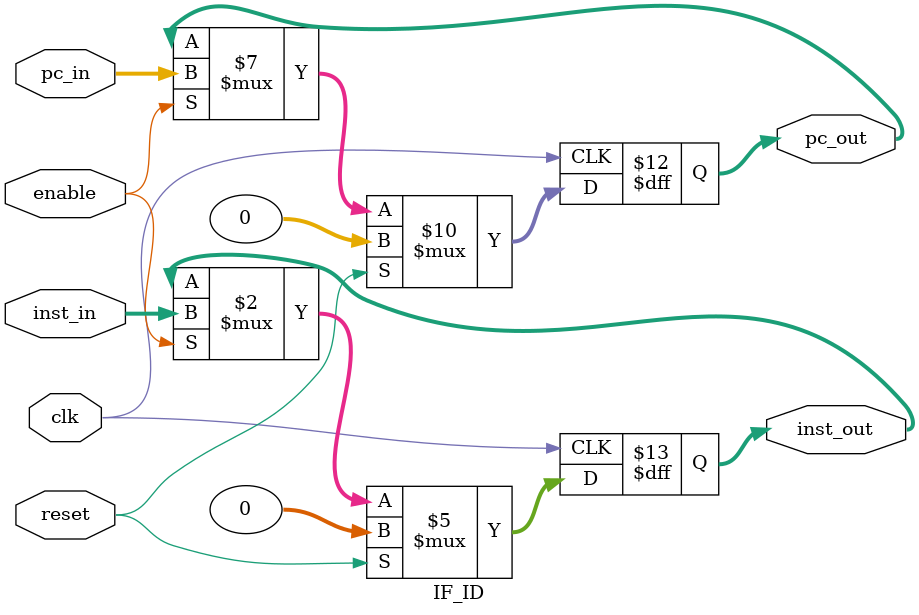
<source format=v>
module IF_ID( 
	input clk, 
	input reset, 
	input enable,
	input [31:0] pc_in, 
	input [31:0] inst_in,
	output reg [31:0] pc_out, 
	output reg [31:0] inst_out 
	);

	always @( posedge clk ) begin

		if ( reset ) begin
			pc_out <= 32'b0 ;
			inst_out <= 32'b0 ;
		end
		
		else if ( enable ) begin
			pc_out <= pc_in ;
			inst_out <= inst_in ;
		end
	end

endmodule



</source>
